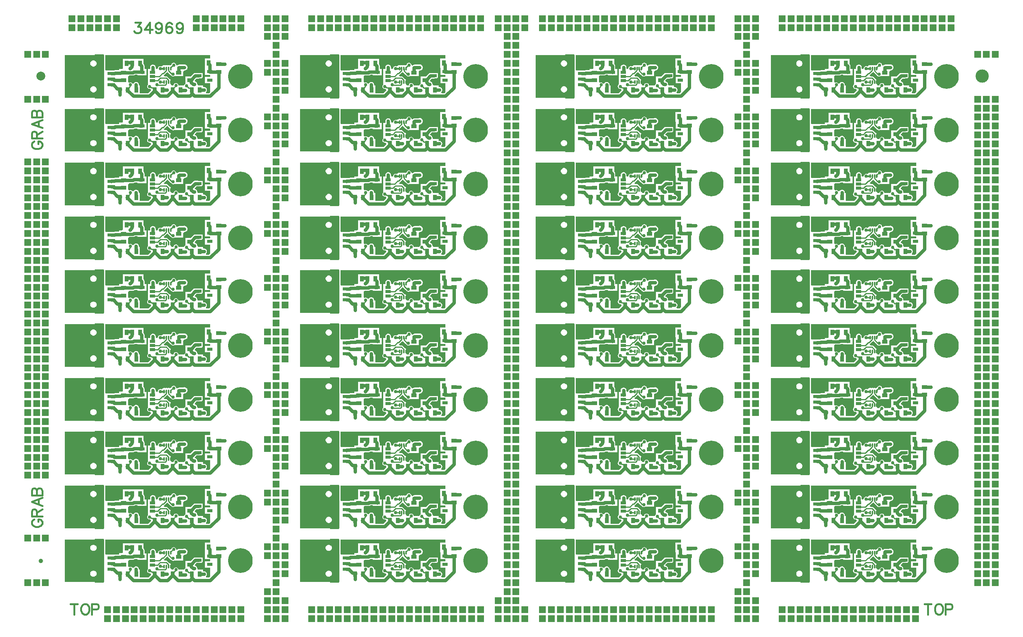
<source format=gbr>
G04 Generated by UcamX,v2020.12-210212 on 2021.5.5*
%FSLAX26Y26*%
%MOIN*%
%ADD10C,0.010000*%
%ADD11R,0.078740X0.062992*%
%ADD12R,0.070866X0.027559*%
%AMBOXR*
$16=$1/2*
$17=$2/2*
$8=$16-$3*
$9=$17-$3*
$10=$8X$6*
$11=$8X$5*
$12=$9X$6*
$13=$9X$5*
$15=2X$3*
$18=0-$10*
$19=0-$11*
21,1-$7,$1,$2-$15,0,0,$4*
21,1-$7,$1-$15,$2,0,0,$4*
1,1-$7,$15,$10-$13,$11+$12*
1,1-$7,$15,$18-$13,$12-$11*
1,1-$7,$15,$10+$13,$11-$12*
1,1-$7,$15,$13-$10,$19-$12*%
%ADD13BOXR,0.011811X0.031496X0.002953X0.00X0X1X0*%
%ADD14R,0.035433X0.051181*%
%ADD15R,0.051181X0.027559*%
%ADD16R,0.051181X0.035433*%
%ADD17C,0.025000*%
%ADD18C,0.220000*%
%ADD19C,0.030000*%
%ADD20C,0.020000*%
%ADD21C,0.015000*%
%ADD22C,0.031496*%
%ADD24C,0.039370*%
%ADD25C,0.078740*%
%ADD26C,0.118110*%
%ADD27R,0.059055X0.059055*%
%ADD28C,0.015748*%
%SRX1Y1I0.000000J0.000000*%
G04 layer name: top*
%LPD*%
%SRX4Y10I2.093701J0.478740*%
G36*
X769921Y783504D02*
X1703701D01*
Y754291D01*
X1655433D01*
Y673984D01*
Y673110D01*
X1657598Y664882D01*
Y607323D01*
X1703701D01*
Y590079D01*
X1657598D01*
Y532520D01*
X1703701D01*
Y454748D01*
X1693142Y444189D01*
X1667535D01*
X1664500Y454189D01*
X1666724Y455677D01*
X1672252Y463945D01*
X1674189Y473701D01*
X1672252Y483457D01*
X1666724Y491725D01*
X1658457Y497252D01*
X1648701Y499189D01*
X1640866D01*
Y514291D01*
X1595201D01*
X1588858Y522024D01*
X1589189Y523701D01*
X1587252Y533457D01*
X1581724Y541725D01*
X1573457Y547252D01*
X1568535Y548228D01*
X1566626Y558803D01*
X1577740Y569921D01*
X1644291D01*
Y627480D01*
X1563110D01*
Y622725D01*
X1560716Y622252D01*
X1552449Y616725D01*
X1528244Y592520D01*
X1483110D01*
Y527087D01*
X1480252Y525047D01*
X1478559Y523843D01*
X1477130Y521697D01*
X1470866Y514291D01*
X1464027D01*
X1419996D01*
X1418480Y521894D01*
X1413842Y528843D01*
X1406894Y533484D01*
X1398701Y535114D01*
X1390508Y533484D01*
X1383559Y528843D01*
X1378917Y521894D01*
X1377405Y514291D01*
X1360224D01*
X1357909Y516799D01*
X1353736Y524291D01*
X1354642Y528858D01*
Y554449D01*
X1353248Y561453D01*
X1349283Y567394D01*
X1343342Y571358D01*
X1340547Y571917D01*
X1322949Y589516D01*
X1317988Y592831D01*
X1312134Y593996D01*
X1296669D01*
X1290429Y603996D01*
X1291063Y605284D01*
X1296024Y608599D01*
X1314764Y627339D01*
X1323476Y632295D01*
X1349059Y606713D01*
X1354020Y603398D01*
X1355527Y603099D01*
X1358559Y598559D01*
X1365508Y593917D01*
X1373701Y592288D01*
X1381894Y593917D01*
X1384161Y595433D01*
X1464291D01*
Y637528D01*
X1473701Y645965D01*
X1480878Y646910D01*
X1487571Y649681D01*
X1493315Y654087D01*
X1497720Y659831D01*
X1500492Y666524D01*
X1501437Y673701D01*
X1500492Y680878D01*
X1497720Y687571D01*
X1493315Y693315D01*
X1487571Y697721D01*
X1480878Y700492D01*
X1473701Y701437D01*
X1466524Y700492D01*
X1463378Y699189D01*
X1428701D01*
X1418945Y697252D01*
X1410677Y691725D01*
X1409724Y690776D01*
X1404287Y692429D01*
X1399846Y695036D01*
X1398484Y701894D01*
X1393842Y708843D01*
X1386894Y713480D01*
X1378701Y715110D01*
X1370508Y713480D01*
X1363559Y708843D01*
X1358921Y701894D01*
X1358693Y700760D01*
X1358587Y700689D01*
X1352701Y694799D01*
X1350118D01*
X1343228Y693429D01*
X1336338Y694799D01*
X1330433D01*
X1323543Y693429D01*
X1316653Y694799D01*
X1310748D01*
X1303858Y693429D01*
X1296968Y694799D01*
X1291063D01*
X1284059Y693406D01*
X1278122Y689441D01*
X1276874Y687579D01*
X1267779Y683847D01*
X1264063Y684047D01*
X1258701Y685114D01*
X1250508Y683480D01*
X1243559Y678843D01*
X1238917Y671894D01*
X1237988Y667209D01*
X1233575Y662197D01*
X1229189Y660425D01*
X1219189Y664319D01*
Y673701D01*
X1217252Y683457D01*
X1211724Y691725D01*
X1203457Y697252D01*
X1193701Y699189D01*
X1183945Y697252D01*
X1175677Y691725D01*
X1170150Y683457D01*
X1168213Y673701D01*
Y659882D01*
X1150354D01*
Y602323D01*
Y564921D01*
Y527520D01*
X1148260Y518386D01*
X1143917Y511894D01*
X1142291Y503701D01*
X1143917Y495508D01*
X1148559Y488559D01*
X1155508Y483917D01*
X1163701Y482288D01*
X1167047Y482957D01*
X1175468Y476976D01*
X1176031Y468654D01*
X1151567Y444189D01*
X1077520D01*
Y514291D01*
X1069189D01*
Y518701D01*
X1067252Y528457D01*
X1061724Y536725D01*
X1053457Y542252D01*
X1043701Y544189D01*
X1033945Y542252D01*
X1025677Y536725D01*
X1022031Y531272D01*
X1012476Y530532D01*
X1010740Y531000D01*
X1008842Y533843D01*
X1001894Y538480D01*
X993701Y540110D01*
X985508Y538480D01*
X984291Y537669D01*
X974291Y543016D01*
Y591969D01*
Y592213D01*
X981484Y602213D01*
X1017701D01*
X1027457Y604150D01*
X1032728Y607673D01*
X1034024Y608213D01*
X1055866D01*
Y602323D01*
X1137047D01*
Y659882D01*
X1119189D01*
Y685276D01*
X1117252Y695032D01*
X1111724Y703299D01*
X1110866Y704158D01*
Y749291D01*
X1045433D01*
X1041968D01*
X925433D01*
Y668110D01*
X918779Y660866D01*
X893110D01*
Y649189D01*
X856968D01*
X847216Y647252D01*
X846968Y647087D01*
X771417D01*
X768701Y655961D01*
Y713543D01*
X769921D01*
Y783504D01*
G37*
G36*
X758701Y783504D02*
Y403898D01*
X403898D01*
Y783504D01*
X758701D01*
G37*
%LPC*%
G36*
X636716Y484043D02*
X640926Y494207D01*
X648707Y501987D01*
X658870Y506197D01*
X669870D01*
X680033Y501987D01*
X687814Y494207D01*
X692024Y484043D01*
Y473044D01*
X687814Y462880D01*
X680033Y455100D01*
X669870Y450890D01*
X658870D01*
X648707Y455100D01*
X640926Y462880D01*
X636716Y473044D01*
Y484043D01*
G37*
G36*
X636716Y714358D02*
X640926Y724522D01*
X648707Y732302D01*
X658870Y736512D01*
X669870D01*
X680033Y732302D01*
X687814Y724522D01*
X692024Y714358D01*
Y703359D01*
X687814Y693195D01*
X680033Y685414D01*
X669870Y681205D01*
X658870D01*
X648707Y685414D01*
X640926Y693195D01*
X636716Y703359D01*
Y714358D01*
G37*
%LPD*%
D10*
X1369252Y481575D02*
X1398701Y511024D01*
X968150Y481575D02*
X989874Y503299D01*
Y514874D01*
X1169114Y503701D02*
X1178524Y494291D01*
X1187087Y494291D02*
X1199803Y481575D01*
X1493701Y508701D02*
X1513181Y489221D01*
X1526535D01*
X1539252Y476504D01*
X1334291Y663110D02*
Y643110D01*
X1359874Y617528D01*
X1369874D01*
X1353701Y658701D02*
Y674173D01*
X1369401Y689874D01*
X1259724Y542677D02*
X1293110D01*
X1239551Y514906D02*
X1302748D01*
X1312795Y524953D01*
Y542795D01*
X1190945Y556299D02*
X1234527D01*
X1248673Y570441D01*
X1190945Y593701D02*
X1251075D01*
X1276787Y619413D01*
X1285209Y619413D02*
X1312795Y647000D01*
Y672795D01*
X1332480Y534921D02*
Y558354D01*
X1312134Y578701D01*
X1258701D01*
X1250441Y570441D01*
X1398701Y511024D02*
Y513701D01*
X1369252Y473701D02*
Y481575D01*
X968150Y473701D02*
Y481575D01*
X989874Y514874D02*
X993701Y518701D01*
X1178524Y494291D02*
X1187087D01*
X1163701Y503701D02*
X1169114D01*
X1539252Y473701D02*
Y476504D01*
X1369874Y617528D02*
X1373701Y613701D01*
X1333701Y663701D02*
X1334291Y663110D01*
X1293110Y542677D02*
X1293701Y543268D01*
Y543701D01*
X1228835Y520209D02*
X1234248D01*
X1239551Y514906D01*
X1369401Y689874D02*
X1374874D01*
X1378701Y693701D01*
X1312795Y542795D02*
X1313701Y543701D01*
X1258701Y543701D02*
X1259724Y542677D01*
X1248673Y570441D02*
X1250441D01*
X1312795Y672795D02*
X1313701Y673701D01*
X1276787Y619413D02*
X1285209D01*
D11*
X715551Y760039D03*
Y427362D03*
D12*
X821850Y667520D03*
Y618307D03*
Y569094D03*
Y519882D03*
D13*
X1353071Y541654D03*
X1333386D03*
X1313701D03*
X1294016D03*
Y663701D03*
X1313701D03*
X1333386D03*
X1353071D03*
D14*
X958149Y708701D03*
X889252D03*
X1278149Y473701D03*
X1209252D03*
X899252D03*
X968149D03*
X1619252Y713701D03*
X1688149D03*
X1078149Y708701D03*
X1009252D03*
X1113701Y473701D03*
X1044803D03*
X1369252D03*
X1438149D03*
X1539252D03*
X1608149D03*
D15*
X1190945Y556299D03*
Y593701D03*
Y631102D03*
X1096456D03*
Y556299D03*
X1698189Y636102D03*
Y561299D03*
X1603701D03*
Y598701D03*
Y636102D03*
D16*
X1523701Y559803D03*
Y628701D03*
X1778701Y703150D03*
Y634252D03*
X933701Y559252D03*
Y628150D03*
X1423701Y559252D03*
Y628150D03*
D17*
X893701Y763701D03*
X1023701Y633701D03*
X1473701Y673701D03*
X878701Y558701D03*
D18*
X513701Y593701D03*
X1973701D03*
D19*
X1428701Y673701D02*
X1473701D01*
X1423701Y628150D02*
Y668701D01*
X1023701Y633701D02*
X1073976D01*
X934150Y627701D02*
X1017701D01*
X1193701Y633701D02*
Y673701D01*
X961201Y716201D02*
X1006535D01*
X1093701Y632323D02*
Y685276D01*
X1779252Y703701D02*
X1833701D01*
X841063Y519882D02*
X876653Y484291D01*
X898701Y428701D02*
Y473150D01*
X1531575Y559803D02*
X1570472Y598701D01*
X1603701D01*
X1278150Y473701D02*
X1318701D01*
X1043701Y474803D02*
Y518701D01*
X1440866Y468701D02*
X1483701D01*
X1608150Y473701D02*
X1648701D01*
X1539252Y473701D02*
Y443150D01*
X1563701Y418701D01*
X1703701D01*
X1778701Y493701D01*
Y633150D01*
X1699252D01*
X963701Y473701D02*
X1018701Y418701D01*
X1162126D01*
X1209252Y465827D01*
X1256378Y418701D01*
X1322126D01*
X1369252Y465827D01*
X1416378Y418701D01*
X1523701D01*
X1698189Y636102D02*
Y695788D01*
X850905Y559252D02*
X933701D01*
X856968Y623701D02*
X907157D01*
X1113701Y473701D02*
Y543701D01*
X1423701Y668701D02*
X1428701Y673701D01*
X1017701Y627701D02*
X1023701Y633701D01*
X933701Y628150D02*
X934150Y627701D01*
X988701Y663701D02*
X1006535Y681536D01*
Y705984D01*
X1009252Y708701D01*
X1009252Y700827D02*
Y713484D01*
X1006535Y716201D01*
X958701Y718701D02*
X961201Y716201D01*
X1093701Y632323D02*
X1094921Y631102D01*
X1096457D01*
X1095236Y632323D01*
X1075354D01*
X1073976Y633701D01*
X1093701Y685276D02*
X1078150Y700827D01*
Y708701D01*
X1778701Y703150D02*
X1779252Y703701D01*
X876653Y484291D02*
X902087D01*
X903701Y482677D01*
Y473701D01*
X898701Y473150D02*
X899252Y473701D01*
X1523701Y559803D02*
X1531575D01*
X1534291Y557087D01*
Y541276D01*
X1551866Y523701D01*
X1563701D01*
X1043701Y474803D02*
X1044803Y473701D01*
X1438150Y473701D02*
Y471417D01*
X1440866Y468701D01*
X1523701Y418701D02*
X1543701Y438701D01*
X1209252Y465827D02*
Y473701D01*
X1369252Y465827D02*
Y473701D01*
X1778701Y633150D02*
Y634252D01*
X1688150Y713701D02*
Y705827D01*
X1698189Y695788D01*
X1693701Y638701D02*
X1699252Y633150D01*
X821850Y569095D02*
X841063D01*
X850905Y559252D01*
X907157Y623701D02*
X908890Y625433D01*
X930984D01*
X935177Y629626D01*
X937102Y627701D01*
X821850Y618307D02*
X823071Y619528D01*
X852795D01*
X856968Y623701D01*
X1103701Y553701D02*
X1113701Y543701D01*
X821850Y519882D02*
X841063D01*
X993701Y518701D03*
X1423701Y668701D03*
X988701Y663701D03*
X1833701Y703701D03*
X1258701Y663701D03*
X898701Y428701D03*
X863701Y498701D03*
X1193701Y673701D03*
X1563701Y523701D03*
X1318701Y473701D03*
X1043701Y518701D03*
X1398701Y513701D03*
X1483701Y468701D03*
X1648701Y473701D03*
X1378701Y693701D03*
X1373701Y613701D03*
X1228834Y520209D03*
X1258701Y543701D03*
X1163701Y503701D03*
X1493701Y508701D03*
D20*
X897520Y676236D02*
Y715984D01*
X1357165Y544701D02*
X1401275D01*
X1415827Y559252D01*
X1603701Y636102D02*
Y695276D01*
X1623701Y715276D01*
X1600079Y632323D02*
X1639953D01*
X1527401Y632402D02*
X1600000D01*
X1645291Y578295D02*
Y626984D01*
X1607480Y565079D02*
X1632075D01*
X898701Y673701D02*
Y675055D01*
X897520Y676236D01*
X889803Y723701D02*
X897520Y715984D01*
X1415827Y559252D02*
X1423701D01*
X1623701Y715276D02*
Y718701D01*
X1600079Y632323D02*
X1600000Y632402D01*
X1603701Y636102D01*
X1593701Y638701D02*
X1600000Y632402D01*
X1523701Y628701D02*
X1527401Y632402D01*
X1639953Y632323D02*
X1645291Y626984D01*
X1603701Y561299D02*
X1607480Y565079D01*
X1632075Y565079D02*
X1645291Y578295D01*
D21*
X1258701Y663701D02*
X1294016D01*
%LPC*%
D22*
X393701Y393701D02*
Y793701D01*
X2093701Y513701D02*
Y793701D01*
%LPC*%
%SRX1Y1I2.093701J0.478740*%
%LPD*%
D24*
X196851Y590551D03*
D25*
Y4905512D03*
D26*
X8571654D03*
D27*
X789961Y79654D03*
X868957D03*
X947953D03*
X1026949D03*
X1105945D03*
X1184941D03*
X1263937D03*
X1342933D03*
X1421929D03*
X1500925D03*
X1579921D03*
X1658917D03*
X1737913D03*
X1816909D03*
X1895906D03*
X1974902D03*
X2211890D03*
X2290886D03*
X2369882D03*
X2606870D03*
X2685866D03*
X2764862D03*
X2843858D03*
X2922854D03*
X3001850D03*
X3080846D03*
X3159843D03*
X3238839D03*
X3317835D03*
X3396831D03*
X3475827D03*
X3554823D03*
X3633819D03*
X3712815D03*
X3791811D03*
X3870807D03*
X3949803D03*
X4028799D03*
X4107795D03*
X4265787D03*
X4344783D03*
X4423780D03*
X4502776D03*
X4660768D03*
X4739764D03*
X4818760D03*
X4897756D03*
X4976752D03*
X5055748D03*
X5134744D03*
X5213740D03*
X5292736D03*
X5371732D03*
X5450728D03*
X5529724D03*
X5608720D03*
X5687717D03*
X5766713D03*
X5845709D03*
X5924705D03*
X6003701D03*
X6082697D03*
X6161693D03*
X6398681D03*
X6477677D03*
X6556673D03*
X6793661D03*
X6872657D03*
X6951654D03*
X7030650D03*
X7109646D03*
X7188642D03*
X7267638D03*
X7346634D03*
X7425630D03*
X7504626D03*
X7583622D03*
X7662618D03*
X7741614D03*
X7820610D03*
X7899606D03*
X7978602D03*
X789961Y159307D03*
X868957D03*
X947953D03*
X1026949D03*
X1105945D03*
X1184941D03*
X1263937D03*
X1342933D03*
X1421929D03*
X1500925D03*
X1579921D03*
X1658917D03*
X1737913D03*
X1816909D03*
X1895906D03*
X1974902D03*
X2211890D03*
X2290886D03*
X2369882D03*
X2606870D03*
X2685866D03*
X2764862D03*
X2843858D03*
X2922854D03*
X3001850D03*
X3080846D03*
X3159843D03*
X3238839D03*
X3317835D03*
X3396831D03*
X3475827D03*
X3554823D03*
X3633819D03*
X3712815D03*
X3791811D03*
X3870807D03*
X3949803D03*
X4028799D03*
X4107795D03*
X4265787D03*
X4344783D03*
X4423780D03*
X4502776D03*
X4660768D03*
X4739764D03*
X4818760D03*
X4897756D03*
X4976752D03*
X5055748D03*
X5134744D03*
X5213740D03*
X5292736D03*
X5371732D03*
X5450728D03*
X5529724D03*
X5608720D03*
X5687717D03*
X5766713D03*
X5845709D03*
X5924705D03*
X6003701D03*
X6082697D03*
X6161693D03*
X6398681D03*
X6477677D03*
X6556673D03*
X6793661D03*
X6872657D03*
X6951654D03*
X7030650D03*
X7109646D03*
X7188642D03*
X7267638D03*
X7346634D03*
X7425630D03*
X7504626D03*
X7583622D03*
X7662618D03*
X7741614D03*
X7820610D03*
X7899606D03*
X7978602D03*
X2211890Y238961D03*
X2290886D03*
X2369882D03*
X4265787D03*
X4344783D03*
X4423780D03*
X6398681D03*
X6477677D03*
X6556673D03*
X2211890Y318614D03*
X2290886D03*
X4344783D03*
X4423780D03*
X6398681D03*
X6477677D03*
X78996Y398268D03*
X157992D03*
X236988D03*
X2290886D03*
X4344783D03*
X4423780D03*
X6477677D03*
X8531575D03*
X8610571D03*
X8689567D03*
X2290886Y477921D03*
X2369882D03*
X4344783D03*
X4423780D03*
X6477677D03*
X6556673D03*
X8531575D03*
X8610571D03*
X8689567D03*
X2290886Y557575D03*
X2369882D03*
X4344783D03*
X4423780D03*
X6477677D03*
X6556673D03*
X8531575D03*
X8610571D03*
X8689567D03*
X2211890Y637228D03*
X2290886D03*
X2369882D03*
X4344783D03*
X4423780D03*
X6398681D03*
X6477677D03*
X6556673D03*
X8531575D03*
X8610571D03*
X8689567D03*
X2211890Y716882D03*
X2290886D03*
X2369882D03*
X4344783D03*
X4423780D03*
X6398681D03*
X6477677D03*
X6556673D03*
X8531575D03*
X8610571D03*
X8689567D03*
X78996Y796535D03*
X157992D03*
X236988D03*
X2290886D03*
X4344783D03*
X4423780D03*
X6477677D03*
X8531575D03*
X8610571D03*
X8689567D03*
X2290886Y876189D03*
X4344783D03*
X4423780D03*
X6477677D03*
X8531575D03*
X8610571D03*
X8689567D03*
X2290886Y955843D03*
X2369882D03*
X4344783D03*
X4423780D03*
X6477677D03*
X6556673D03*
X8531575D03*
X8610571D03*
X8689567D03*
X2290886Y1035496D03*
X2369882D03*
X4344783D03*
X4423780D03*
X6477677D03*
X6556673D03*
X8531575D03*
X8610571D03*
X8689567D03*
X2211890Y1115150D03*
X2290886D03*
X2369882D03*
X4344783D03*
X4423780D03*
X6398681D03*
X6477677D03*
X6556673D03*
X8531575D03*
X8610571D03*
X8689567D03*
X2211890Y1194803D03*
X2290886D03*
X2369882D03*
X4344783D03*
X4423780D03*
X6398681D03*
X6477677D03*
X6556673D03*
X8531575D03*
X8610571D03*
X8689567D03*
X2290886Y1274457D03*
X4344783D03*
X4423780D03*
X6477677D03*
X8531575D03*
X8610571D03*
X8689567D03*
X78996Y1354110D03*
X157992D03*
X236988D03*
X2290886D03*
X4344783D03*
X4423780D03*
X6477677D03*
X8531575D03*
X8610571D03*
X8689567D03*
X78996Y1433764D03*
X157992D03*
X236988D03*
X2290886D03*
X2369882D03*
X4344783D03*
X4423780D03*
X6477677D03*
X6556673D03*
X8531575D03*
X8610571D03*
X8689567D03*
X78996Y1513417D03*
X157992D03*
X236988D03*
X2290886D03*
X2369882D03*
X4344783D03*
X4423780D03*
X6477677D03*
X6556673D03*
X8531575D03*
X8610571D03*
X8689567D03*
X78996Y1593071D03*
X157992D03*
X236988D03*
X2211890D03*
X2290886D03*
X2369882D03*
X4344783D03*
X4423780D03*
X6398681D03*
X6477677D03*
X6556673D03*
X8531575D03*
X8610571D03*
X8689567D03*
X78996Y1672724D03*
X157992D03*
X236988D03*
X2211890D03*
X2290886D03*
X2369882D03*
X4344783D03*
X4423780D03*
X6398681D03*
X6477677D03*
X6556673D03*
X8531575D03*
X8610571D03*
X8689567D03*
X78996Y1752378D03*
X157992D03*
X236988D03*
X2290886D03*
X4344783D03*
X4423780D03*
X6477677D03*
X8531575D03*
X8610571D03*
X8689567D03*
X78996Y1832031D03*
X157992D03*
X236988D03*
X2290886D03*
X4344783D03*
X4423780D03*
X6477677D03*
X8531575D03*
X8610571D03*
X8689567D03*
X78996Y1911685D03*
X157992D03*
X236988D03*
X2290886D03*
X2369882D03*
X4344783D03*
X4423780D03*
X6477677D03*
X6556673D03*
X8531575D03*
X8610571D03*
X8689567D03*
X78996Y1991339D03*
X157992D03*
X236988D03*
X2290886D03*
X2369882D03*
X4344783D03*
X4423780D03*
X6477677D03*
X6556673D03*
X8531575D03*
X8610571D03*
X8689567D03*
X78996Y2070992D03*
X157992D03*
X236988D03*
X2211890D03*
X2290886D03*
X2369882D03*
X4344783D03*
X4423780D03*
X6398681D03*
X6477677D03*
X6556673D03*
X8531575D03*
X8610571D03*
X8689567D03*
X78996Y2150646D03*
X157992D03*
X236988D03*
X2211890D03*
X2290886D03*
X2369882D03*
X4344783D03*
X4423780D03*
X6398681D03*
X6477677D03*
X6556673D03*
X8531575D03*
X8610571D03*
X8689567D03*
X78996Y2230299D03*
X157992D03*
X236988D03*
X2290886D03*
X4344783D03*
X4423780D03*
X6477677D03*
X8531575D03*
X8610571D03*
X8689567D03*
X78996Y2309953D03*
X157992D03*
X236988D03*
X2290886D03*
X4344783D03*
X4423780D03*
X6477677D03*
X8531575D03*
X8610571D03*
X8689567D03*
X78996Y2389606D03*
X157992D03*
X236988D03*
X2290886D03*
X2369882D03*
X4344783D03*
X4423780D03*
X6477677D03*
X6556673D03*
X8531575D03*
X8610571D03*
X8689567D03*
X78996Y2469260D03*
X157992D03*
X236988D03*
X2290886D03*
X2369882D03*
X4344783D03*
X4423780D03*
X6477677D03*
X6556673D03*
X8531575D03*
X8610571D03*
X8689567D03*
X78996Y2548913D03*
X157992D03*
X236988D03*
X2211890D03*
X2290886D03*
X2369882D03*
X4344783D03*
X4423780D03*
X6398681D03*
X6477677D03*
X6556673D03*
X8531575D03*
X8610571D03*
X8689567D03*
X78996Y2628567D03*
X157992D03*
X236988D03*
X2211890D03*
X2290886D03*
X2369882D03*
X4344783D03*
X4423780D03*
X6398681D03*
X6477677D03*
X6556673D03*
X8531575D03*
X8610571D03*
X8689567D03*
X78996Y2708220D03*
X157992D03*
X236988D03*
X2290886D03*
X4344783D03*
X4423780D03*
X6477677D03*
X8531575D03*
X8610571D03*
X8689567D03*
X78996Y2787874D03*
X157992D03*
X236988D03*
X2290886D03*
X4344783D03*
X4423780D03*
X6477677D03*
X8531575D03*
X8610571D03*
X8689567D03*
X78996Y2867528D03*
X157992D03*
X236988D03*
X2290886D03*
X2369882D03*
X4344783D03*
X4423780D03*
X6477677D03*
X6556673D03*
X8531575D03*
X8610571D03*
X8689567D03*
X78996Y2947181D03*
X157992D03*
X236988D03*
X2290886D03*
X2369882D03*
X4344783D03*
X4423780D03*
X6477677D03*
X6556673D03*
X8531575D03*
X8610571D03*
X8689567D03*
X78996Y3026835D03*
X157992D03*
X236988D03*
X2211890D03*
X2290886D03*
X2369882D03*
X4344783D03*
X4423780D03*
X6398681D03*
X6477677D03*
X6556673D03*
X8531575D03*
X8610571D03*
X8689567D03*
X78996Y3106488D03*
X157992D03*
X236988D03*
X2211890D03*
X2290886D03*
X2369882D03*
X4344783D03*
X4423780D03*
X6398681D03*
X6477677D03*
X6556673D03*
X8531575D03*
X8610571D03*
X8689567D03*
X78996Y3186142D03*
X157992D03*
X236988D03*
X2290886D03*
X4344783D03*
X4423780D03*
X6477677D03*
X8531575D03*
X8610571D03*
X8689567D03*
X78996Y3265795D03*
X157992D03*
X236988D03*
X2290886D03*
X4344783D03*
X4423780D03*
X6477677D03*
X8531575D03*
X8610571D03*
X8689567D03*
X78996Y3345449D03*
X157992D03*
X236988D03*
X2290886D03*
X2369882D03*
X4344783D03*
X4423780D03*
X6477677D03*
X6556673D03*
X8531575D03*
X8610571D03*
X8689567D03*
X78996Y3425102D03*
X157992D03*
X236988D03*
X2290886D03*
X2369882D03*
X4344783D03*
X4423780D03*
X6477677D03*
X6556673D03*
X8531575D03*
X8610571D03*
X8689567D03*
X78996Y3504756D03*
X157992D03*
X236988D03*
X2211890D03*
X2290886D03*
X2369882D03*
X4344783D03*
X4423780D03*
X6398681D03*
X6477677D03*
X6556673D03*
X8531575D03*
X8610571D03*
X8689567D03*
X78996Y3584409D03*
X157992D03*
X236988D03*
X2211890D03*
X2290886D03*
X2369882D03*
X4344783D03*
X4423780D03*
X6398681D03*
X6477677D03*
X6556673D03*
X8531575D03*
X8610571D03*
X8689567D03*
X78996Y3664063D03*
X157992D03*
X236988D03*
X2290886D03*
X4344783D03*
X4423780D03*
X6477677D03*
X8531575D03*
X8610571D03*
X8689567D03*
X78996Y3743717D03*
X157992D03*
X236988D03*
X2290886D03*
X4344783D03*
X4423780D03*
X6477677D03*
X8531575D03*
X8610571D03*
X8689567D03*
X78996Y3823370D03*
X157992D03*
X236988D03*
X2290886D03*
X2369882D03*
X4344783D03*
X4423780D03*
X6477677D03*
X6556673D03*
X8531575D03*
X8610571D03*
X8689567D03*
X78996Y3903024D03*
X157992D03*
X236988D03*
X2290886D03*
X2369882D03*
X4344783D03*
X4423780D03*
X6477677D03*
X6556673D03*
X8531575D03*
X8610571D03*
X8689567D03*
X78996Y3982677D03*
X157992D03*
X236988D03*
X2211890D03*
X2290886D03*
X2369882D03*
X4344783D03*
X4423780D03*
X6398681D03*
X6477677D03*
X6556673D03*
X8531575D03*
X8610571D03*
X8689567D03*
X78996Y4062331D03*
X157992D03*
X236988D03*
X2211890D03*
X2290886D03*
X2369882D03*
X4344783D03*
X4423780D03*
X6398681D03*
X6477677D03*
X6556673D03*
X8531575D03*
X8610571D03*
X8689567D03*
X78996Y4141984D03*
X157992D03*
X236988D03*
X2290886D03*
X4344783D03*
X4423780D03*
X6477677D03*
X8531575D03*
X8610571D03*
X8689567D03*
X2290886Y4221638D03*
X4344783D03*
X4423780D03*
X6477677D03*
X8531575D03*
X8610571D03*
X8689567D03*
X2290886Y4301291D03*
X2369882D03*
X4344783D03*
X4423780D03*
X6477677D03*
X6556673D03*
X8531575D03*
X8610571D03*
X8689567D03*
X2290886Y4380945D03*
X2369882D03*
X4344783D03*
X4423780D03*
X6477677D03*
X6556673D03*
X8531575D03*
X8610571D03*
X8689567D03*
X2211890Y4460598D03*
X2290886D03*
X2369882D03*
X4344783D03*
X4423780D03*
X6398681D03*
X6477677D03*
X6556673D03*
X8531575D03*
X8610571D03*
X8689567D03*
X2211890Y4540252D03*
X2290886D03*
X2369882D03*
X4344783D03*
X4423780D03*
X6398681D03*
X6477677D03*
X6556673D03*
X8531575D03*
X8610571D03*
X8689567D03*
X2290886Y4619906D03*
X4344783D03*
X4423780D03*
X6477677D03*
X8531575D03*
X8610571D03*
X8689567D03*
X78996Y4699559D03*
X157992D03*
X236988D03*
X2290886D03*
X4344783D03*
X4423780D03*
X6477677D03*
X8531575D03*
X8610571D03*
X8689567D03*
X2290886Y4779213D03*
X2369882D03*
X4344783D03*
X4423780D03*
X6477677D03*
X6556673D03*
X2290886Y4858866D03*
X2369882D03*
X4344783D03*
X4423780D03*
X6477677D03*
X6556673D03*
X2211890Y4938520D03*
X2290886D03*
X2369882D03*
X4344783D03*
X4423780D03*
X6398681D03*
X6477677D03*
X6556673D03*
X2211890Y5018173D03*
X2290886D03*
X2369882D03*
X4344783D03*
X4423780D03*
X6398681D03*
X6477677D03*
X6556673D03*
X78996Y5097827D03*
X157992D03*
X236988D03*
X2290886D03*
X4344783D03*
X4423780D03*
X6477677D03*
X8531575D03*
X8610571D03*
X8689567D03*
X2290886Y5177480D03*
X4344783D03*
X4423780D03*
X6477677D03*
X2211890Y5257134D03*
X2290886D03*
X2369882D03*
X4344783D03*
X4423780D03*
X6398681D03*
X6477677D03*
X6556673D03*
X473976Y5336787D03*
X552972D03*
X631969D03*
X710965D03*
X789961D03*
X868957D03*
X1579921D03*
X1658917D03*
X1737913D03*
X1816909D03*
X1895906D03*
X1974902D03*
X2211890D03*
X2290886D03*
X2369882D03*
X2606870D03*
X2685866D03*
X2764862D03*
X2843858D03*
X2922854D03*
X3001850D03*
X3080846D03*
X3159843D03*
X3238839D03*
X3317835D03*
X3396831D03*
X3475827D03*
X3554823D03*
X3633819D03*
X3712815D03*
X3791811D03*
X3870807D03*
X3949803D03*
X4028799D03*
X4107795D03*
X4265787D03*
X4344783D03*
X4423780D03*
X4502776D03*
X4660768D03*
X4739764D03*
X4818760D03*
X4897756D03*
X4976752D03*
X5055748D03*
X5134744D03*
X5213740D03*
X5292736D03*
X5371732D03*
X5450728D03*
X5529724D03*
X5608720D03*
X5687717D03*
X5766713D03*
X5845709D03*
X5924705D03*
X6003701D03*
X6082697D03*
X6161693D03*
X6398681D03*
X6477677D03*
X6556673D03*
X6793661D03*
X6872657D03*
X6951654D03*
X7030650D03*
X7109646D03*
X7188642D03*
X7267638D03*
X7346634D03*
X7425630D03*
X7504626D03*
X7583622D03*
X7662618D03*
X7741614D03*
X7820610D03*
X7899606D03*
X7978602D03*
X8057598D03*
X8136594D03*
X8215591D03*
X8294587D03*
X473976Y5416441D03*
X552972D03*
X631969D03*
X710965D03*
X789961D03*
X868957D03*
X1579921D03*
X1658917D03*
X1737913D03*
X1816909D03*
X1895906D03*
X1974902D03*
X2211890D03*
X2290886D03*
X2369882D03*
X2606870D03*
X2685866D03*
X2764862D03*
X2843858D03*
X2922854D03*
X3001850D03*
X3080846D03*
X3159843D03*
X3238839D03*
X3317835D03*
X3396831D03*
X3475827D03*
X3554823D03*
X3633819D03*
X3712815D03*
X3791811D03*
X3870807D03*
X3949803D03*
X4028799D03*
X4107795D03*
X4265787D03*
X4344783D03*
X4423780D03*
X4502776D03*
X4660768D03*
X4739764D03*
X4818760D03*
X4897756D03*
X4976752D03*
X5055748D03*
X5134744D03*
X5213740D03*
X5292736D03*
X5371732D03*
X5450728D03*
X5529724D03*
X5608720D03*
X5687717D03*
X5766713D03*
X5845709D03*
X5924705D03*
X6003701D03*
X6082697D03*
X6161693D03*
X6398681D03*
X6477677D03*
X6556673D03*
X6793661D03*
X6872657D03*
X6951654D03*
X7030650D03*
X7109646D03*
X7188642D03*
X7267638D03*
X7346634D03*
X7425630D03*
X7504626D03*
X7583622D03*
X7662618D03*
X7741614D03*
X7820610D03*
X7899606D03*
X7978602D03*
X8057598D03*
X8136594D03*
X8215591D03*
X8294587D03*
D28*
X1036487Y5381289D02*
X1085424D01*
X1058731Y5345699D01*
X1072077D01*
X1080975Y5341250D01*
X1085424Y5336801D01*
X1089872Y5323455D01*
Y5314557D01*
X1085424Y5301211D01*
X1076526Y5292313D01*
X1063179Y5287864D01*
X1049833D01*
X1036487Y5292313D01*
X1032038Y5296762D01*
X1027589Y5305659D01*
X1165502Y5381289D02*
X1121014Y5319006D01*
X1187746D01*
X1165502Y5381289D02*
Y5287864D01*
X1272274Y5350148D02*
X1267825Y5336801D01*
X1258927Y5327903D01*
X1245581Y5323455D01*
X1241132D01*
X1227786Y5327903D01*
X1218888Y5336801D01*
X1214439Y5350148D01*
Y5354596D01*
X1218888Y5367943D01*
X1227786Y5376840D01*
X1241132Y5381289D01*
X1245581D01*
X1258927Y5376840D01*
X1267825Y5367943D01*
X1272274Y5350148D01*
Y5327903D01*
X1267825Y5305659D01*
X1258927Y5292313D01*
X1245581Y5287864D01*
X1236683D01*
X1223337Y5292313D01*
X1218888Y5301211D01*
X1361250Y5367943D02*
X1356801Y5376840D01*
X1343455Y5381289D01*
X1334557D01*
X1321211Y5376840D01*
X1312313Y5363494D01*
X1307864Y5341250D01*
Y5319006D01*
X1312313Y5301211D01*
X1321211Y5292313D01*
X1334557Y5287864D01*
X1339006D01*
X1352353Y5292313D01*
X1361250Y5301211D01*
X1365699Y5314557D01*
Y5319006D01*
X1361250Y5332352D01*
X1352353Y5341250D01*
X1339006Y5345699D01*
X1334557D01*
X1321211Y5341250D01*
X1312313Y5332352D01*
X1307864Y5319006D01*
X1459124Y5350148D02*
X1454675Y5336801D01*
X1445778Y5327903D01*
X1432431Y5323455D01*
X1427983D01*
X1414636Y5327903D01*
X1405738Y5336801D01*
X1401290Y5350148D01*
Y5354596D01*
X1405738Y5367943D01*
X1414636Y5376840D01*
X1427983Y5381289D01*
X1432431D01*
X1445778Y5376840D01*
X1454675Y5367943D01*
X1459124Y5350148D01*
Y5327903D01*
X1454675Y5305659D01*
X1445778Y5292313D01*
X1432431Y5287864D01*
X1423534D01*
X1410187Y5292313D01*
X1405738Y5301211D01*
X492077Y209872D02*
Y116447D01*
X460935Y209872D02*
X523219D01*
X581053Y209872D02*
X572156Y205423D01*
X563258Y196526D01*
X558809Y187628D01*
X554361Y174282D01*
Y152038D01*
X558809Y138691D01*
X563258Y129793D01*
X572156Y120896D01*
X581053Y116447D01*
X598849D01*
X607746Y120896D01*
X616644Y129793D01*
X621093Y138691D01*
X625542Y152038D01*
Y174282D01*
X621093Y187628D01*
X616644Y196526D01*
X607746Y205423D01*
X598849Y209872D01*
X581053D01*
X647786Y209872D02*
Y116447D01*
X647786Y209872D02*
X687825D01*
X701172Y205423D01*
X705620Y200975D01*
X710069Y192077D01*
Y178730D01*
X705620Y169833D01*
X701172Y165384D01*
X687825Y160935D01*
X647786D01*
X8089478Y209872D02*
Y116447D01*
X8058337Y209872D02*
X8120620D01*
X8178455Y209872D02*
X8169557Y205423D01*
X8160660Y196526D01*
X8156211Y187628D01*
X8151762Y174282D01*
Y152038D01*
X8156211Y138691D01*
X8160660Y129793D01*
X8169557Y120896D01*
X8178455Y116447D01*
X8196250D01*
X8205148Y120896D01*
X8214045Y129793D01*
X8218494Y138691D01*
X8222943Y152038D01*
Y174282D01*
X8218494Y187628D01*
X8214045Y196526D01*
X8205148Y205423D01*
X8196250Y209872D01*
X8178455D01*
X8245187Y209872D02*
Y116447D01*
X8245187Y209872D02*
X8285226D01*
X8298573Y205423D01*
X8303022Y200975D01*
X8307471Y192077D01*
Y178730D01*
X8303022Y169833D01*
X8298573Y165384D01*
X8285226Y160935D01*
X8245187D01*
X137018Y962904D02*
X128120Y958455D01*
X119223Y949557D01*
X114774Y940660D01*
Y922864D01*
X119223Y913967D01*
X128120Y905069D01*
X137018Y900620D01*
X150364Y896171D01*
X172609D01*
X185955Y900620D01*
X194853Y905069D01*
X203750Y913967D01*
X208199Y922864D01*
Y940660D01*
X203750Y949557D01*
X194853Y958455D01*
X185955Y962904D01*
X172609D01*
X172609Y940660D02*
Y962904D01*
X114774Y989597D02*
X208199D01*
X114774Y989597D02*
Y1029636D01*
X119223Y1042982D01*
X123672Y1047431D01*
X132569Y1051880D01*
X141467D01*
X150364Y1047431D01*
X154813Y1042982D01*
X159262Y1029636D01*
Y989597D01*
X159262Y1020738D02*
X208199Y1051880D01*
X114774Y1118612D02*
X208199Y1083022D01*
X114774Y1118612D02*
X208199Y1154203D01*
X177057Y1096368D02*
Y1140856D01*
X114774Y1176447D02*
X208199D01*
X114774Y1176447D02*
Y1216486D01*
X119223Y1229833D01*
X123672Y1234282D01*
X132569Y1238730D01*
X141467D01*
X150364Y1234282D01*
X154813Y1229833D01*
X159262Y1216486D01*
X159262Y1176447D02*
Y1216486D01*
X163711Y1229833D01*
X168160Y1234282D01*
X177057Y1238730D01*
X190404D01*
X199301Y1234282D01*
X203750Y1229833D01*
X208199Y1216486D01*
Y1176447D01*
X137018Y4324085D02*
X128120Y4319636D01*
X119223Y4310738D01*
X114774Y4301840D01*
Y4284045D01*
X119223Y4275148D01*
X128120Y4266250D01*
X137018Y4261801D01*
X150364Y4257352D01*
X172609D01*
X185955Y4261801D01*
X194853Y4266250D01*
X203750Y4275148D01*
X208199Y4284045D01*
Y4301840D01*
X203750Y4310738D01*
X194853Y4319636D01*
X185955Y4324085D01*
X172609D01*
X172609Y4301840D02*
Y4324085D01*
X114774Y4350777D02*
X208199D01*
X114774Y4350777D02*
Y4390817D01*
X119223Y4404163D01*
X123672Y4408612D01*
X132569Y4413061D01*
X141467D01*
X150364Y4408612D01*
X154813Y4404163D01*
X159262Y4390817D01*
Y4350777D01*
X159262Y4381919D02*
X208199Y4413061D01*
X114774Y4479793D02*
X208199Y4444203D01*
X114774Y4479793D02*
X208199Y4515384D01*
X177057Y4457549D02*
Y4502037D01*
X114774Y4537628D02*
X208199D01*
X114774Y4537628D02*
Y4577667D01*
X119223Y4591014D01*
X123672Y4595463D01*
X132569Y4599911D01*
X141467D01*
X150364Y4595463D01*
X154813Y4591014D01*
X159262Y4577667D01*
X159262Y4537628D02*
Y4577667D01*
X163711Y4591014D01*
X168160Y4595463D01*
X177057Y4599911D01*
X190404D01*
X199301Y4595463D01*
X203750Y4591014D01*
X208199Y4577667D01*
Y4537628D01*
%LPD*%
M02*

</source>
